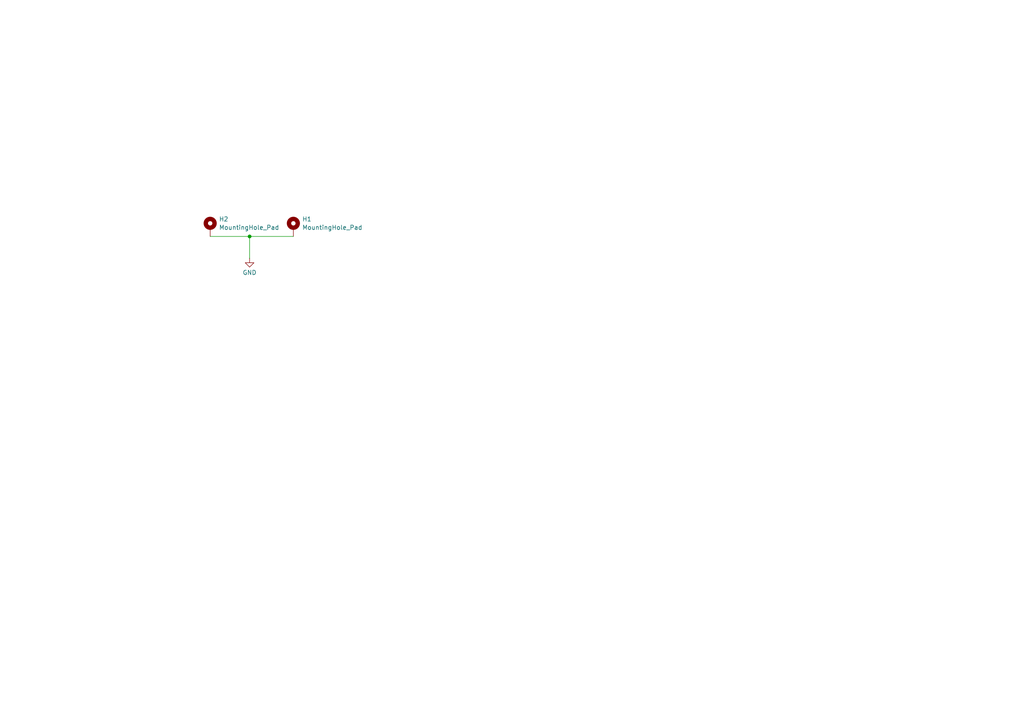
<source format=kicad_sch>
(kicad_sch
	(version 20231120)
	(generator "eeschema")
	(generator_version "8.0")
	(uuid "2a8d935a-315a-421f-a62b-248ab4ff1bc1")
	(paper "A4")
	(lib_symbols
		(symbol "Mechanical:MountingHole_Pad"
			(pin_numbers hide)
			(pin_names
				(offset 1.016) hide)
			(exclude_from_sim yes)
			(in_bom no)
			(on_board yes)
			(property "Reference" "H"
				(at 0 6.35 0)
				(effects
					(font
						(size 1.27 1.27)
					)
				)
			)
			(property "Value" "MountingHole_Pad"
				(at 0 4.445 0)
				(effects
					(font
						(size 1.27 1.27)
					)
				)
			)
			(property "Footprint" ""
				(at 0 0 0)
				(effects
					(font
						(size 1.27 1.27)
					)
					(hide yes)
				)
			)
			(property "Datasheet" "~"
				(at 0 0 0)
				(effects
					(font
						(size 1.27 1.27)
					)
					(hide yes)
				)
			)
			(property "Description" "Mounting Hole with connection"
				(at 0 0 0)
				(effects
					(font
						(size 1.27 1.27)
					)
					(hide yes)
				)
			)
			(property "ki_keywords" "mounting hole"
				(at 0 0 0)
				(effects
					(font
						(size 1.27 1.27)
					)
					(hide yes)
				)
			)
			(property "ki_fp_filters" "MountingHole*Pad*"
				(at 0 0 0)
				(effects
					(font
						(size 1.27 1.27)
					)
					(hide yes)
				)
			)
			(symbol "MountingHole_Pad_0_1"
				(circle
					(center 0 1.27)
					(radius 1.27)
					(stroke
						(width 1.27)
						(type default)
					)
					(fill
						(type none)
					)
				)
			)
			(symbol "MountingHole_Pad_1_1"
				(pin input line
					(at 0 -2.54 90)
					(length 2.54)
					(name "1"
						(effects
							(font
								(size 1.27 1.27)
							)
						)
					)
					(number "1"
						(effects
							(font
								(size 1.27 1.27)
							)
						)
					)
				)
			)
		)
		(symbol "power:GND"
			(power)
			(pin_numbers hide)
			(pin_names
				(offset 0) hide)
			(exclude_from_sim no)
			(in_bom yes)
			(on_board yes)
			(property "Reference" "#PWR"
				(at 0 -6.35 0)
				(effects
					(font
						(size 1.27 1.27)
					)
					(hide yes)
				)
			)
			(property "Value" "GND"
				(at 0 -3.81 0)
				(effects
					(font
						(size 1.27 1.27)
					)
				)
			)
			(property "Footprint" ""
				(at 0 0 0)
				(effects
					(font
						(size 1.27 1.27)
					)
					(hide yes)
				)
			)
			(property "Datasheet" ""
				(at 0 0 0)
				(effects
					(font
						(size 1.27 1.27)
					)
					(hide yes)
				)
			)
			(property "Description" "Power symbol creates a global label with name \"GND\" , ground"
				(at 0 0 0)
				(effects
					(font
						(size 1.27 1.27)
					)
					(hide yes)
				)
			)
			(property "ki_keywords" "global power"
				(at 0 0 0)
				(effects
					(font
						(size 1.27 1.27)
					)
					(hide yes)
				)
			)
			(symbol "GND_0_1"
				(polyline
					(pts
						(xy 0 0) (xy 0 -1.27) (xy 1.27 -1.27) (xy 0 -2.54) (xy -1.27 -1.27) (xy 0 -1.27)
					)
					(stroke
						(width 0)
						(type default)
					)
					(fill
						(type none)
					)
				)
			)
			(symbol "GND_1_1"
				(pin power_in line
					(at 0 0 270)
					(length 0)
					(name "~"
						(effects
							(font
								(size 1.27 1.27)
							)
						)
					)
					(number "1"
						(effects
							(font
								(size 1.27 1.27)
							)
						)
					)
				)
			)
		)
	)
	(junction
		(at 72.39 68.58)
		(diameter 0)
		(color 0 0 0 0)
		(uuid "5723777d-9a65-44d5-8df4-774ad07947fb")
	)
	(wire
		(pts
			(xy 72.39 68.58) (xy 72.39 74.93)
		)
		(stroke
			(width 0)
			(type default)
		)
		(uuid "195ebe5f-b782-4880-a2c5-a9195f091eac")
	)
	(wire
		(pts
			(xy 72.39 68.58) (xy 85.09 68.58)
		)
		(stroke
			(width 0)
			(type default)
		)
		(uuid "2781d4f6-a1df-4f2b-86b9-3a6410a72433")
	)
	(wire
		(pts
			(xy 60.96 68.58) (xy 72.39 68.58)
		)
		(stroke
			(width 0)
			(type default)
		)
		(uuid "50b0ed72-1e22-4f97-a18d-25a050222c1a")
	)
	(symbol
		(lib_id "power:GND")
		(at 72.39 74.93 0)
		(unit 1)
		(exclude_from_sim no)
		(in_bom yes)
		(on_board yes)
		(dnp no)
		(fields_autoplaced yes)
		(uuid "6c73b3ce-13ac-45b0-a215-637a89e717fd")
		(property "Reference" "#PWR01"
			(at 72.39 81.28 0)
			(effects
				(font
					(size 1.27 1.27)
				)
				(hide yes)
			)
		)
		(property "Value" "GND"
			(at 72.39 79.0631 0)
			(effects
				(font
					(size 1.27 1.27)
				)
			)
		)
		(property "Footprint" ""
			(at 72.39 74.93 0)
			(effects
				(font
					(size 1.27 1.27)
				)
				(hide yes)
			)
		)
		(property "Datasheet" ""
			(at 72.39 74.93 0)
			(effects
				(font
					(size 1.27 1.27)
				)
				(hide yes)
			)
		)
		(property "Description" "Power symbol creates a global label with name \"GND\" , ground"
			(at 72.39 74.93 0)
			(effects
				(font
					(size 1.27 1.27)
				)
				(hide yes)
			)
		)
		(pin "1"
			(uuid "67753785-6720-4807-bf11-9dbb6f5274fa")
		)
		(instances
			(project "EuroClack - LFO1 - panel"
				(path "/2a8d935a-315a-421f-a62b-248ab4ff1bc1"
					(reference "#PWR01")
					(unit 1)
				)
			)
		)
	)
	(symbol
		(lib_id "Mechanical:MountingHole_Pad")
		(at 60.96 66.04 0)
		(unit 1)
		(exclude_from_sim yes)
		(in_bom no)
		(on_board yes)
		(dnp no)
		(fields_autoplaced yes)
		(uuid "8ae177a6-ffdb-4854-a191-45203f9dd904")
		(property "Reference" "H2"
			(at 63.5 63.5578 0)
			(effects
				(font
					(size 1.27 1.27)
				)
				(justify left)
			)
		)
		(property "Value" "MountingHole_Pad"
			(at 63.5 65.9821 0)
			(effects
				(font
					(size 1.27 1.27)
				)
				(justify left)
			)
		)
		(property "Footprint" "BYOM_General:plated_rack_hole"
			(at 60.96 66.04 0)
			(effects
				(font
					(size 1.27 1.27)
				)
				(hide yes)
			)
		)
		(property "Datasheet" "~"
			(at 60.96 66.04 0)
			(effects
				(font
					(size 1.27 1.27)
				)
				(hide yes)
			)
		)
		(property "Description" "Mounting Hole with connection"
			(at 60.96 66.04 0)
			(effects
				(font
					(size 1.27 1.27)
				)
				(hide yes)
			)
		)
		(pin "1"
			(uuid "3e5db491-31f3-4d77-9de9-446deda4d938")
		)
		(instances
			(project "EuroClack - LFO1 - panel"
				(path "/2a8d935a-315a-421f-a62b-248ab4ff1bc1"
					(reference "H2")
					(unit 1)
				)
			)
		)
	)
	(symbol
		(lib_id "Mechanical:MountingHole_Pad")
		(at 85.09 66.04 0)
		(unit 1)
		(exclude_from_sim yes)
		(in_bom no)
		(on_board yes)
		(dnp no)
		(fields_autoplaced yes)
		(uuid "ed2ee8cb-25ef-41f2-bb76-2961d5edfdec")
		(property "Reference" "H1"
			(at 87.63 63.5578 0)
			(effects
				(font
					(size 1.27 1.27)
				)
				(justify left)
			)
		)
		(property "Value" "MountingHole_Pad"
			(at 87.63 65.9821 0)
			(effects
				(font
					(size 1.27 1.27)
				)
				(justify left)
			)
		)
		(property "Footprint" "BYOM_General:plated_rack_hole"
			(at 85.09 66.04 0)
			(effects
				(font
					(size 1.27 1.27)
				)
				(hide yes)
			)
		)
		(property "Datasheet" "~"
			(at 85.09 66.04 0)
			(effects
				(font
					(size 1.27 1.27)
				)
				(hide yes)
			)
		)
		(property "Description" "Mounting Hole with connection"
			(at 85.09 66.04 0)
			(effects
				(font
					(size 1.27 1.27)
				)
				(hide yes)
			)
		)
		(pin "1"
			(uuid "2c6223ea-6d38-4be6-b399-c8e12b224aa6")
		)
		(instances
			(project "EuroClack - LFO1 - panel"
				(path "/2a8d935a-315a-421f-a62b-248ab4ff1bc1"
					(reference "H1")
					(unit 1)
				)
			)
		)
	)
	(sheet_instances
		(path "/"
			(page "1")
		)
	)
)

</source>
